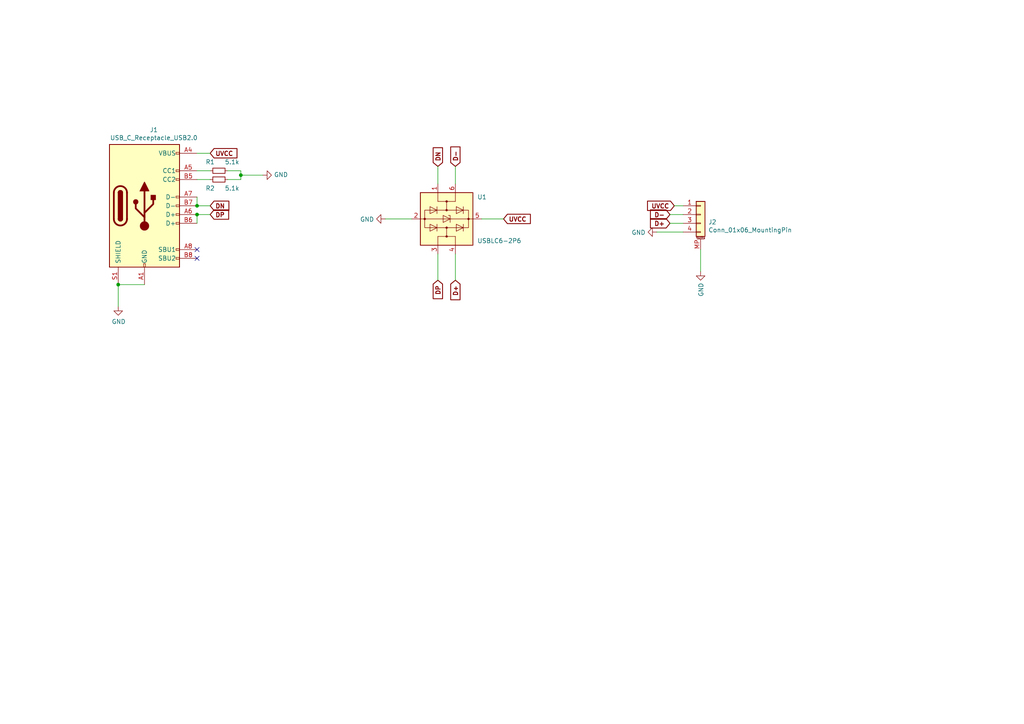
<source format=kicad_sch>
(kicad_sch (version 20211123) (generator eeschema)
  (paper "A4")
  (lib_symbols
    (symbol "Connector:USB_C_Receptacle_USB2.0" (pin_names (offset 1.016))
      (property "Reference" "J" (at -10.16 19.05 0))
      (property "Value" "USB_C_Receptacle_USB2.0" (at 19.05 19.05 0))
      (symbol "USB_C_Receptacle_USB2.0_0_0"
        (rectangle (start -0.254 -17.78) (end 0.254 -16.764))
        (rectangle (start 10.16 -14.986) (end 9.144 -15.494))
        (rectangle (start 10.16 -12.446) (end 9.144 -12.954))
        (rectangle (start 10.16 -4.826) (end 9.144 -5.334))
        (rectangle (start 10.16 -2.286) (end 9.144 -2.794))
        (rectangle (start 10.16 0.254) (end 9.144 -0.254))
        (rectangle (start 10.16 2.794) (end 9.144 2.286))
        (rectangle (start 10.16 7.874) (end 9.144 7.366))
        (rectangle (start 10.16 10.414) (end 9.144 9.906))
        (rectangle (start 10.16 15.494) (end 9.144 14.986))
      )
      (symbol "USB_C_Receptacle_USB2.0_0_1"
        (rectangle (start -10.16 17.78) (end 10.16 -17.78) (stroke (width 0.254)) (fill (type background)))
        (arc (start -8.89 -3.81) (mid -6.985 -5.715) (end -5.08 -3.81) (stroke (width 0.508)))
        (arc (start -7.62 -3.81) (mid -6.985 -4.445) (end -6.35 -3.81) (stroke (width 0.254)))
        (arc (start -7.62 -3.81) (mid -6.985 -4.445) (end -6.35 -3.81) (stroke (width 0.254)) (fill (type outline)))
        (rectangle (start -7.62 -3.81) (end -6.35 3.81) (stroke (width 0.254)) (fill (type outline)))
        (arc (start -6.35 3.81) (mid -6.985 4.445) (end -7.62 3.81) (stroke (width 0.254)))
        (arc (start -6.35 3.81) (mid -6.985 4.445) (end -7.62 3.81) (stroke (width 0.254)) (fill (type outline)))
        (arc (start -5.08 3.81) (mid -6.985 5.715) (end -8.89 3.81) (stroke (width 0.508)))
        (circle (center -2.54 1.143) (radius 0.635) (stroke (width 0.254)) (fill (type outline)))
        (circle (center 0 -5.842) (radius 1.27) (fill (type outline)))
        (polyline (pts (xy -8.89 -3.81) (xy -8.89 3.81)) (stroke (width 0.508)))
        (polyline (pts (xy -5.08 3.81) (xy -5.08 -3.81)) (stroke (width 0.508)))
        (polyline (pts (xy 0 -5.842) (xy 0 4.318)) (stroke (width 0.508)))
        (polyline (pts (xy 0 -3.302) (xy -2.54 -0.762) (xy -2.54 0.508)) (stroke (width 0.508)))
        (polyline (pts (xy 0 -2.032) (xy 2.54 0.508) (xy 2.54 1.778)) (stroke (width 0.508)))
        (polyline (pts (xy -1.27 4.318) (xy 0 6.858) (xy 1.27 4.318) (xy -1.27 4.318)) (stroke (width 0.254)) (fill (type outline)))
        (rectangle (start 1.905 1.778) (end 3.175 3.048) (stroke (width 0.254)) (fill (type outline)))
      )
      (symbol "USB_C_Receptacle_USB2.0_1_1"
        (pin passive line (at 0 -22.86 90) (length 5.08) (name "GND") (number "A1"))
        (pin passive line (at 0 -22.86 90) (length 5.08) hide (name "GND") (number "A12"))
        (pin passive line (at 15.24 15.24 180) (length 5.08) (name "VBUS") (number "A4"))
        (pin bidirectional line (at 15.24 10.16 180) (length 5.08) (name "CC1") (number "A5"))
        (pin bidirectional line (at 15.24 -2.54 180) (length 5.08) (name "D+") (number "A6"))
        (pin bidirectional line (at 15.24 2.54 180) (length 5.08) (name "D-") (number "A7"))
        (pin bidirectional line (at 15.24 -12.7 180) (length 5.08) (name "SBU1") (number "A8"))
        (pin passive line (at 15.24 15.24 180) (length 5.08) hide (name "VBUS") (number "A9"))
        (pin passive line (at 0 -22.86 90) (length 5.08) hide (name "GND") (number "B1"))
        (pin passive line (at 0 -22.86 90) (length 5.08) hide (name "GND") (number "B12"))
        (pin passive line (at 15.24 15.24 180) (length 5.08) hide (name "VBUS") (number "B4"))
        (pin bidirectional line (at 15.24 7.62 180) (length 5.08) (name "CC2") (number "B5"))
        (pin bidirectional line (at 15.24 -5.08 180) (length 5.08) (name "D+") (number "B6"))
        (pin bidirectional line (at 15.24 0 180) (length 5.08) (name "D-") (number "B7"))
        (pin bidirectional line (at 15.24 -15.24 180) (length 5.08) (name "SBU2") (number "B8"))
        (pin passive line (at 15.24 15.24 180) (length 5.08) hide (name "VBUS") (number "B9"))
        (pin passive line (at -7.62 -22.86 90) (length 5.08) (name "SHIELD") (number "S1"))
      )
    )
    (symbol "Connector_Generic_MountingPin:Conn_01x04_MountingPin" (pin_names (offset 1.016) hide)
      (property "Reference" "J" (at 0 5.08 0))
      (property "Value" "Conn_01x04_MountingPin" (at 1.27 -7.62 0))
      (symbol "Conn_01x04_MountingPin_1_1"
        (rectangle (start -1.27 -4.953) (end 0 -5.207) (stroke (width 0.1524)))
        (rectangle (start -1.27 -2.413) (end 0 -2.667) (stroke (width 0.1524)))
        (rectangle (start -1.27 0.127) (end 0 -0.127) (stroke (width 0.1524)))
        (rectangle (start -1.27 2.667) (end 0 2.413) (stroke (width 0.1524)))
        (rectangle (start -1.27 3.81) (end 1.27 -6.35) (stroke (width 0.254)) (fill (type background)))
        (polyline (pts (xy -1.016 -7.112) (xy 1.016 -7.112)) (stroke (width 0.1524)))
        (text "Mounting" (at 0 -6.731 0) (effects (font (size 0.381 0.381))))
        (pin passive line (at -5.08 2.54 0) (length 3.81) (name "Pin_1") (number "1"))
        (pin passive line (at -5.08 0 0) (length 3.81) (name "Pin_2") (number "2"))
        (pin passive line (at -5.08 -2.54 0) (length 3.81) (name "Pin_3") (number "3"))
        (pin passive line (at -5.08 -5.08 0) (length 3.81) (name "Pin_4") (number "4"))
        (pin passive line (at 0 -10.16 90) (length 3.048) (name "MountPin") (number "MP"))
      )
    )
    (symbol "Device:R_Small" (pin_numbers hide) (pin_names (offset 0.254) hide)
      (property "Reference" "R" (at 0.762 0.508 0))
      (property "Value" "R_Small" (at 0.762 -1.016 0))
      (symbol "R_Small_0_1"
        (rectangle (start -0.762 1.778) (end 0.762 -1.778) (stroke (width 0.2032)))
      )
      (symbol "R_Small_1_1"
        (pin passive line (at 0 2.54 270) (length 0.762) (name "~") (number "1"))
        (pin passive line (at 0 -2.54 90) (length 0.762) (name "~") (number "2"))
      )
    )
    (symbol "Power_Protection:USBLC6-2P6" (pin_names hide)
      (property "Reference" "U" (at 2.54 8.89 0))
      (property "Value" "USBLC6-2P6" (at 2.54 -8.89 0))
      (symbol "USBLC6-2P6_0_1"
        (rectangle (start -7.62 -7.62) (end 7.62 7.62) (stroke (width 0.254)) (fill (type background)))
        (circle (center -5.08 0) (radius 0.254) (fill (type outline)))
        (circle (center -2.54 0) (radius 0.254) (fill (type outline)))
        (rectangle (start -2.54 6.35) (end 2.54 -6.35))
        (circle (center 0 -6.35) (radius 0.254) (fill (type outline)))
        (polyline (pts (xy -5.08 -2.54) (xy -7.62 -2.54)))
        (polyline (pts (xy -5.08 0) (xy -5.08 -2.54)))
        (polyline (pts (xy -5.08 2.54) (xy -7.62 2.54)))
        (polyline (pts (xy -1.524 -2.794) (xy -3.556 -2.794)))
        (polyline (pts (xy -1.524 4.826) (xy -3.556 4.826)))
        (polyline (pts (xy 0 -7.62) (xy 0 -6.35)))
        (polyline (pts (xy 0 -6.35) (xy 0 1.27)))
        (polyline (pts (xy 0 1.27) (xy 0 6.35)))
        (polyline (pts (xy 0 6.35) (xy 0 7.62)))
        (polyline (pts (xy 1.524 -2.794) (xy 3.556 -2.794)))
        (polyline (pts (xy 1.524 4.826) (xy 3.556 4.826)))
        (polyline (pts (xy 5.08 -2.54) (xy 7.62 -2.54)))
        (polyline (pts (xy 5.08 0) (xy 5.08 -2.54)))
        (polyline (pts (xy 5.08 2.54) (xy 7.62 2.54)))
        (polyline (pts (xy -2.54 0) (xy -5.08 0) (xy -5.08 2.54)))
        (polyline (pts (xy 2.54 0) (xy 5.08 0) (xy 5.08 2.54)))
        (polyline (pts (xy -3.556 -4.826) (xy -1.524 -4.826) (xy -2.54 -2.794) (xy -3.556 -4.826)))
        (polyline (pts (xy -3.556 2.794) (xy -1.524 2.794) (xy -2.54 4.826) (xy -3.556 2.794)))
        (polyline (pts (xy -1.016 -1.016) (xy 1.016 -1.016) (xy 0 1.016) (xy -1.016 -1.016)))
        (polyline (pts (xy 1.016 1.016) (xy 0.762 1.016) (xy -1.016 1.016) (xy -1.016 0.508)))
        (polyline (pts (xy 3.556 -4.826) (xy 1.524 -4.826) (xy 2.54 -2.794) (xy 3.556 -4.826)))
        (polyline (pts (xy 3.556 2.794) (xy 1.524 2.794) (xy 2.54 4.826) (xy 3.556 2.794)))
        (circle (center 0 6.35) (radius 0.254) (fill (type outline)))
        (circle (center 2.54 0) (radius 0.254) (fill (type outline)))
        (circle (center 5.08 0) (radius 0.254) (fill (type outline)))
      )
      (symbol "USBLC6-2P6_1_1"
        (pin passive line (at -10.16 -2.54 0) (length 2.54) (name "I/O1") (number "1"))
        (pin passive line (at 0 -10.16 90) (length 2.54) (name "GND") (number "2"))
        (pin passive line (at 10.16 -2.54 180) (length 2.54) (name "I/O2") (number "3"))
        (pin passive line (at 10.16 2.54 180) (length 2.54) (name "I/O2") (number "4"))
        (pin passive line (at 0 10.16 270) (length 2.54) (name "VBUS") (number "5"))
        (pin passive line (at -10.16 2.54 0) (length 2.54) (name "I/O1") (number "6"))
      )
    )
    (symbol "power:GND" (power) (pin_names (offset 0))
      (property "Value" "GND" (at 0 -3.81 0))
      (symbol "GND_0_1"
        (polyline (pts (xy 0 0) (xy 0 -1.27) (xy 1.27 -1.27) (xy 0 -2.54) (xy -1.27 -1.27) (xy 0 -1.27)))
      )
      (symbol "GND_1_1"
        (pin power_in line (at 0 0 270) (length 0) hide (name "GND") (number "1"))
      )
    )
  )
  (junction (at 34.29 82.55))
  (junction (at 69.85 50.8))
  (junction (at 57.15 59.69))
  (junction (at 57.15 62.23))
  (no_connect (at 57.15 72.39))
  (no_connect (at 57.15 74.93))
  (wire (pts (xy 203.2 72.39) (xy 203.2 78.74)))
  (wire (pts (xy 57.15 62.23) (xy 60.96 62.23)))
  (wire (pts (xy 57.15 52.07) (xy 60.96 52.07)))
  (wire (pts (xy 57.15 44.45) (xy 60.96 44.45)))
  (wire (pts (xy 132.08 81.28) (xy 132.08 73.66)))
  (wire (pts (xy 194.31 62.23) (xy 198.12 62.23)))
  (wire (pts (xy 57.15 59.69) (xy 60.96 59.69)))
  (wire (pts (xy 57.15 49.53) (xy 60.96 49.53)))
  (wire (pts (xy 69.85 49.53) (xy 69.85 50.8)))
  (wire (pts (xy 34.29 82.55) (xy 34.29 88.9)))
  (wire (pts (xy 111.76 63.5) (xy 119.38 63.5)))
  (wire (pts (xy 57.15 59.69) (xy 57.15 57.15)))
  (wire (pts (xy 34.29 82.55) (xy 41.91 82.55)))
  (wire (pts (xy 194.31 64.77) (xy 198.12 64.77)))
  (wire (pts (xy 195.58 59.69) (xy 198.12 59.69)))
  (wire (pts (xy 69.85 52.07) (xy 66.04 52.07)))
  (wire (pts (xy 127 48.26) (xy 127 53.34)))
  (wire (pts (xy 76.2 50.8) (xy 69.85 50.8)))
  (wire (pts (xy 66.04 49.53) (xy 69.85 49.53)))
  (wire (pts (xy 190.5 67.31) (xy 198.12 67.31)))
  (wire (pts (xy 127 81.28) (xy 127 73.66)))
  (wire (pts (xy 69.85 50.8) (xy 69.85 52.07)))
  (wire (pts (xy 139.7 63.5) (xy 146.05 63.5)))
  (wire (pts (xy 132.08 48.26) (xy 132.08 53.34)))
  (wire (pts (xy 57.15 62.23) (xy 57.15 64.77)))
  (global_label "D+" (shape input) (at 132.08 81.28 270) (effects (font (thickness 0.254) bold)) (property "Intersheet References" "${INTERSHEET_REFS}" (effects hide)))
  (global_label "UVCC" (shape input) (at 146.05 63.5 0) (effects (font (thickness 0.254) bold)) (property "Intersheet References" "${INTERSHEET_REFS}" (effects hide)))
  (global_label "DN" (shape input) (at 60.96 59.69 0) (effects (font (thickness 0.254) bold)) (property "Intersheet References" "${INTERSHEET_REFS}" (effects hide)))
  (global_label "DP" (shape input) (at 127 81.28 270) (effects (font (thickness 0.254) bold)) (property "Intersheet References" "${INTERSHEET_REFS}" (effects hide)))
  (global_label "DN" (shape input) (at 127 48.26 90) (effects (font (thickness 0.254) bold)) (property "Intersheet References" "${INTERSHEET_REFS}" (effects hide)))
  (global_label "D+" (shape input) (at 194.31 64.77 180) (effects (font (thickness 0.254) bold)) (property "Intersheet References" "${INTERSHEET_REFS}" (effects hide)))
  (global_label "UVCC" (shape input) (at 195.58 59.69 180) (effects (font (thickness 0.254) bold)) (property "Intersheet References" "${INTERSHEET_REFS}" (effects hide)))
  (global_label "D-" (shape input) (at 132.08 48.26 90) (effects (font (thickness 0.254) bold)) (property "Intersheet References" "${INTERSHEET_REFS}" (effects hide)))
  (global_label "D-" (shape input) (at 194.31 62.23 180) (effects (font (thickness 0.254) bold)) (property "Intersheet References" "${INTERSHEET_REFS}" (effects hide)))
  (global_label "UVCC" (shape input) (at 60.96 44.45 0) (effects (font (thickness 0.254) bold)) (property "Intersheet References" "${INTERSHEET_REFS}" (effects hide)))
  (global_label "DP" (shape input) (at 60.96 62.23 0) (effects (font (thickness 0.254) bold)) (property "Intersheet References" "${INTERSHEET_REFS}" (effects hide)))
  (symbol (lib_id "Connector:USB_C_Receptacle_USB2.0") (at 41.91 59.69 0) (unit 1)
    (property "Reference" "J1" (at 44.6278 37.6682 0))
    (property "Value" "USB_C_Receptacle_USB2.0" (at 44.6278 39.9796 0))
    (property "Footprint" "u1:USB_C_Receptacle_HRO_TYPE-C-31-M-12" (effects hide))
    (property "Datasheet" "https://www.usb.org/sites/default/files/documents/usb_type-c.zip" (effects hide))
  )
  (symbol (lib_id "Power_Protection:USBLC6-2P6") (at 129.54 63.5 270) (unit 1)
    (property "Reference" "U1" (at 138.43 57.15 90) (effects (justify left)))
    (property "Value" "USBLC6-2P6" (at 138.43 69.85 90) (effects (justify left)))
    (property "Footprint" "Package_TO_SOT_SMD:SOT-666" (effects hide))
    (property "Datasheet" "https://www.st.com/resource/en/datasheet/usblc6-2.pdf" (effects hide))
  )
  (symbol (lib_id "Connector_Generic_MountingPin:Conn_01x04_MountingPin") (at 203.2 62.23 0) (unit 1)
    (property "Reference" "J2" (at 205.4352 64.4144 0) (effects (justify left)))
    (property "Value" "Conn_01x06_MountingPin" (at 205.4352 66.7258 0) (effects (justify left)))
    (property "Footprint" "u1:molex_781710004" (effects hide))
  )
  (symbol (lib_id "Device:R_Small") (at 63.5 49.53 90) (unit 1)
    (property "Reference" "R1" (at 60.96 46.99 90))
    (property "Value" "5.1k" (at 67.31 46.99 90))
    (property "Footprint" "Resistor_SMD:R_0603_1608Metric" (effects hide))
  )
  (symbol (lib_id "Device:R_Small") (at 63.5 52.07 270) (unit 1)
    (property "Reference" "R2" (at 60.96 54.61 90))
    (property "Value" "5.1k" (at 67.31 54.61 90))
    (property "Footprint" "Resistor_SMD:R_0603_1608Metric" (effects hide))
  )
  (symbol (lib_id "power:GND") (at 34.29 88.9 0) (unit 1)
    (property "Reference" "#PWR04" (effects hide))
    (property "Value" "GND" (at 34.417 93.2942 0))
  )
  (symbol (lib_id "power:GND") (at 76.2 50.8 90) (unit 1)
    (property "Reference" "#PWR01" (effects hide))
    (property "Value" "GND" (at 79.4512 50.673 90) (effects (justify right)))
  )
  (symbol (lib_id "power:GND") (at 111.76 63.5 270) (unit 1)
    (property "Reference" "#PWR02" (effects hide))
    (property "Value" "GND" (at 108.5088 63.627 90) (effects (justify right)))
  )
  (symbol (lib_id "power:GND") (at 190.5 67.31 270) (unit 1)
    (property "Reference" "#PWR03" (effects hide))
    (property "Value" "GND" (at 187.2488 67.437 90) (effects (justify right)))
  )
  (symbol (lib_id "power:GND") (at 203.2 78.74 0) (unit 1)
    (property "Reference" "#PWR0101" (effects hide))
    (property "Value" "GND" (at 203.327 81.9912 90) (effects (justify right)))
  )
)
</source>
